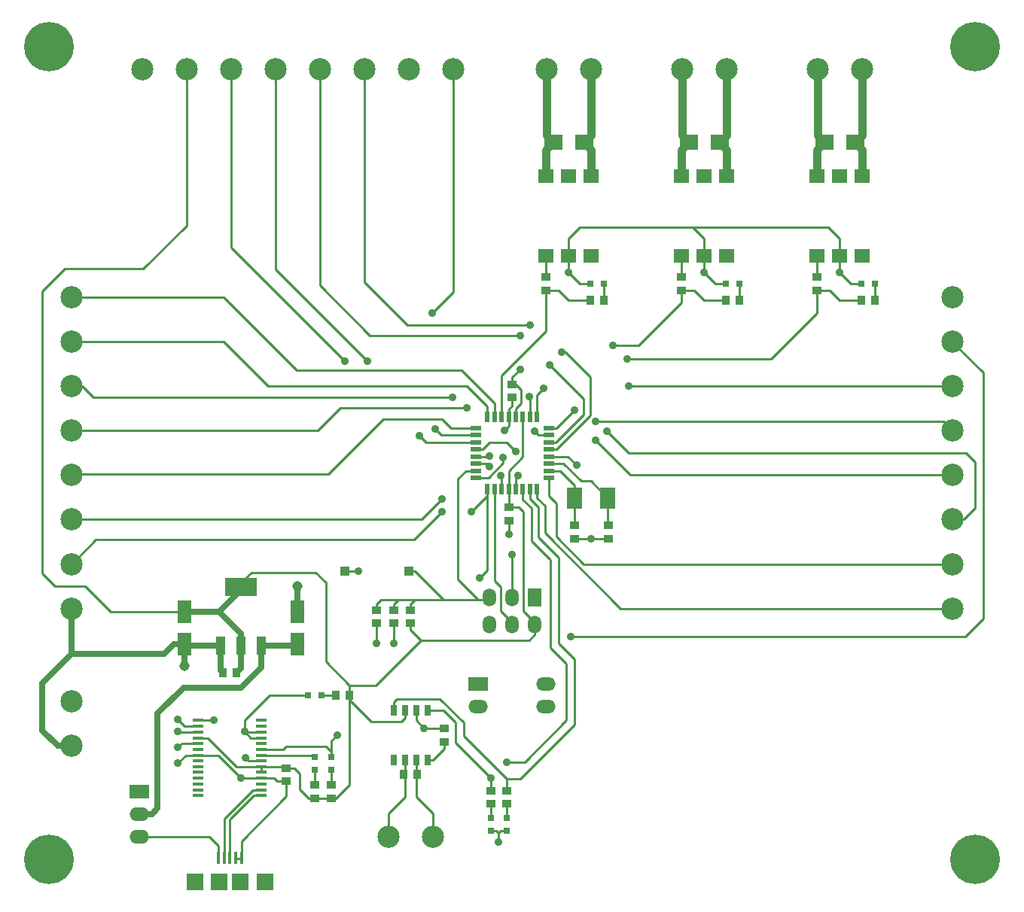
<source format=gtl>
G04 (created by PCBNEW (2013-may-18)-stable) date Mon 20 Apr 2015 02:12:07 PM EDT*
%MOIN*%
G04 Gerber Fmt 3.4, Leading zero omitted, Abs format*
%FSLAX34Y34*%
G01*
G70*
G90*
G04 APERTURE LIST*
%ADD10C,0.00590551*%
%ADD11C,0.219*%
%ADD12R,0.05X0.016*%
%ADD13R,0.144X0.08*%
%ADD14R,0.04X0.08*%
%ADD15R,0.025X0.05*%
%ADD16R,0.0394X0.0394*%
%ADD17R,0.0866X0.06*%
%ADD18O,0.0866X0.06*%
%ADD19C,0.0984252*%
%ADD20R,0.0708661X0.0590551*%
%ADD21R,0.0217X0.0512*%
%ADD22R,0.0512X0.0217*%
%ADD23R,0.0669291X0.0944882*%
%ADD24R,0.063X0.1024*%
%ADD25R,0.0394X0.0354*%
%ADD26R,0.0354X0.0394*%
%ADD27R,0.0314X0.0314*%
%ADD28R,0.0747X0.0747*%
%ADD29R,0.0157X0.0531*%
%ADD30R,0.0157X0.053*%
%ADD31R,0.0827X0.0669*%
%ADD32R,0.0590551X0.0787402*%
%ADD33O,0.0590551X0.0787402*%
%ADD34R,0.0865X0.059*%
%ADD35O,0.0865X0.059*%
%ADD36C,0.035*%
%ADD37C,0.045*%
%ADD38C,0.01*%
%ADD39C,0.035*%
%ADD40C,0.025*%
G04 APERTURE END LIST*
G54D10*
G54D11*
X19000Y-20000D03*
X60000Y-20000D03*
X60000Y-56000D03*
G54D12*
X25600Y-49850D03*
X25600Y-50100D03*
X25600Y-50360D03*
X25600Y-50620D03*
X25600Y-50870D03*
X25600Y-51130D03*
X25600Y-51390D03*
X25600Y-51640D03*
X25600Y-51900D03*
X25600Y-52150D03*
X25600Y-52410D03*
X25600Y-52670D03*
X25600Y-52920D03*
X25600Y-53180D03*
X28400Y-53180D03*
X28400Y-52920D03*
X28400Y-52680D03*
X28400Y-52410D03*
X28400Y-52150D03*
X28400Y-51900D03*
X28400Y-51640D03*
X28400Y-51390D03*
X28400Y-51130D03*
X28400Y-50870D03*
X28400Y-50620D03*
X28400Y-50360D03*
X28400Y-50100D03*
X28400Y-49850D03*
G54D13*
X27500Y-43950D03*
G54D14*
X27500Y-46550D03*
X28400Y-46550D03*
X26600Y-46550D03*
G54D15*
X35750Y-49400D03*
X35250Y-49400D03*
X34750Y-49400D03*
X34250Y-49400D03*
X34250Y-51600D03*
X34750Y-51600D03*
X35250Y-51600D03*
X35750Y-51600D03*
G54D16*
X34917Y-43250D03*
X32083Y-43250D03*
G54D17*
X23000Y-53000D03*
G54D18*
X23000Y-54000D03*
X23000Y-55000D03*
G54D19*
X59000Y-31110D03*
X59000Y-33078D03*
X59000Y-35047D03*
X59000Y-37015D03*
X59000Y-38984D03*
X59000Y-40952D03*
X59000Y-44889D03*
X59000Y-42921D03*
X23110Y-21000D03*
X25078Y-21000D03*
X27047Y-21000D03*
X29015Y-21000D03*
X30984Y-21000D03*
X32952Y-21000D03*
X36889Y-21000D03*
X34921Y-21000D03*
X20000Y-44889D03*
X20000Y-42921D03*
X20000Y-40952D03*
X20000Y-38984D03*
X20000Y-37015D03*
X20000Y-35047D03*
X20000Y-31110D03*
X20000Y-33078D03*
X42984Y-21000D03*
X41015Y-21000D03*
X20000Y-49015D03*
X20000Y-50984D03*
X48984Y-21000D03*
X47015Y-21000D03*
X54984Y-21000D03*
X53015Y-21000D03*
X34015Y-55000D03*
X35984Y-55000D03*
G54D20*
X53000Y-29274D03*
X54000Y-29274D03*
X55000Y-29274D03*
X55000Y-25726D03*
X54000Y-25726D03*
X53000Y-25728D03*
X47000Y-29274D03*
X48000Y-29274D03*
X49000Y-29274D03*
X49000Y-25726D03*
X48000Y-25726D03*
X47000Y-25728D03*
X41000Y-29274D03*
X42000Y-29274D03*
X43000Y-29274D03*
X43000Y-25726D03*
X42000Y-25726D03*
X41000Y-25728D03*
G54D21*
X39343Y-39614D03*
X39657Y-39614D03*
X39972Y-39614D03*
X40287Y-39614D03*
X40602Y-39614D03*
X38398Y-39614D03*
X38713Y-39614D03*
X39028Y-39614D03*
G54D22*
X41114Y-39102D03*
X41114Y-38787D03*
X41114Y-38472D03*
X41114Y-38157D03*
X41114Y-37843D03*
X41114Y-37528D03*
X41114Y-37213D03*
X41114Y-36898D03*
G54D21*
X40602Y-36386D03*
X40287Y-36386D03*
X39972Y-36386D03*
X39657Y-36386D03*
X39343Y-36386D03*
X39028Y-36386D03*
X38713Y-36386D03*
X38398Y-36386D03*
G54D22*
X37886Y-36898D03*
X37886Y-37213D03*
X37886Y-37528D03*
X37886Y-37843D03*
X37886Y-38157D03*
X37886Y-38472D03*
X37886Y-38787D03*
X37886Y-39102D03*
G54D23*
X43728Y-40000D03*
X42271Y-40000D03*
G54D24*
X25000Y-45041D03*
X25000Y-46459D03*
X30000Y-46459D03*
X30000Y-45041D03*
G54D11*
X19000Y-56000D03*
G54D25*
X42250Y-41204D03*
X42250Y-41796D03*
X43750Y-41204D03*
X43750Y-41796D03*
G54D26*
X27296Y-47750D03*
X26704Y-47750D03*
G54D25*
X29500Y-51954D03*
X29500Y-52546D03*
X36500Y-50796D03*
X36500Y-50204D03*
G54D27*
X38550Y-54155D03*
X38550Y-54745D03*
X39250Y-54155D03*
X39250Y-54745D03*
X31500Y-52045D03*
X31500Y-51455D03*
X30750Y-52045D03*
X30750Y-51455D03*
X31045Y-48750D03*
X30455Y-48750D03*
G54D25*
X38550Y-52954D03*
X38550Y-53546D03*
X39250Y-52954D03*
X39250Y-53546D03*
X31500Y-52704D03*
X31500Y-53296D03*
X30750Y-52704D03*
X30750Y-53296D03*
G54D26*
X32296Y-48750D03*
X31704Y-48750D03*
G54D25*
X35000Y-44954D03*
X35000Y-45546D03*
X39350Y-40404D03*
X39350Y-40996D03*
X39500Y-35546D03*
X39500Y-34954D03*
X47000Y-30796D03*
X47000Y-30204D03*
X41000Y-30796D03*
X41000Y-30204D03*
X53000Y-30796D03*
X53000Y-30204D03*
G54D28*
X26528Y-57000D03*
X27472Y-57000D03*
X28555Y-57000D03*
X25445Y-57000D03*
G54D29*
X26488Y-55947D03*
G54D30*
X26745Y-55947D03*
X27000Y-55947D03*
X27255Y-55947D03*
X27512Y-55947D03*
G54D31*
X42681Y-24250D03*
X41319Y-24250D03*
X48681Y-24250D03*
X47319Y-24250D03*
X54681Y-24250D03*
X53319Y-24250D03*
G54D26*
X49546Y-31250D03*
X48954Y-31250D03*
X43546Y-31250D03*
X42954Y-31250D03*
X55546Y-31250D03*
X54954Y-31250D03*
G54D32*
X40500Y-44401D03*
G54D33*
X40500Y-45598D03*
X39500Y-44401D03*
X39500Y-45598D03*
X38500Y-44401D03*
X38500Y-45598D03*
G54D27*
X43545Y-30500D03*
X42955Y-30500D03*
X49545Y-30500D03*
X48955Y-30500D03*
X55545Y-30500D03*
X54955Y-30500D03*
G54D26*
X35296Y-52250D03*
X34704Y-52250D03*
G54D34*
X38000Y-48250D03*
G54D35*
X41000Y-48250D03*
X38000Y-49250D03*
X41000Y-49250D03*
G54D25*
X33500Y-45546D03*
X33500Y-44954D03*
X34250Y-45546D03*
X34250Y-44954D03*
G54D36*
X41700Y-33550D03*
X40300Y-32350D03*
X39850Y-32800D03*
X41150Y-34100D03*
X33100Y-33950D03*
X36100Y-36950D03*
X35400Y-37250D03*
X32100Y-33950D03*
X40250Y-35500D03*
X37500Y-36000D03*
X40900Y-35150D03*
X36850Y-35550D03*
X39150Y-37000D03*
X35950Y-31800D03*
X38550Y-52400D03*
X39250Y-51700D03*
X31750Y-50500D03*
X24700Y-49800D03*
X34250Y-46450D03*
X24700Y-51050D03*
X26300Y-49850D03*
X44650Y-35047D03*
X42250Y-36100D03*
X43200Y-36600D03*
X40500Y-37050D03*
X43200Y-37450D03*
X38500Y-38600D03*
X38050Y-43550D03*
X36400Y-40600D03*
X37700Y-40600D03*
X36400Y-40050D03*
X39000Y-39000D03*
X24700Y-50350D03*
X33500Y-46450D03*
X39500Y-42500D03*
X42350Y-38550D03*
X43700Y-37050D03*
X39650Y-37950D03*
X38500Y-38150D03*
X43950Y-33250D03*
X39100Y-38200D03*
X44600Y-33850D03*
X38900Y-55250D03*
G54D37*
X25000Y-47450D03*
G54D36*
X42000Y-30000D03*
X27650Y-50350D03*
X48000Y-30000D03*
X54000Y-30000D03*
X39750Y-39000D03*
X27700Y-51500D03*
X24700Y-51750D03*
X39850Y-34300D03*
X32700Y-43250D03*
X39350Y-41600D03*
X43000Y-41796D03*
X27500Y-52400D03*
G54D37*
X30000Y-43900D03*
G54D36*
X35604Y-50204D03*
X42100Y-46150D03*
G54D38*
X40300Y-32350D02*
X34850Y-32350D01*
X41457Y-37843D02*
X42950Y-36350D01*
X42950Y-36350D02*
X42950Y-34650D01*
X42950Y-34650D02*
X41850Y-33550D01*
X41850Y-33550D02*
X41700Y-33550D01*
X41114Y-37843D02*
X41457Y-37843D01*
X32952Y-30452D02*
X32952Y-21000D01*
X34850Y-32350D02*
X32952Y-30452D01*
X32952Y-25002D02*
X32952Y-21000D01*
X39850Y-32800D02*
X33200Y-32800D01*
X41114Y-37528D02*
X41422Y-37528D01*
X30984Y-30584D02*
X30984Y-21000D01*
X33200Y-32800D02*
X30984Y-30584D01*
X30984Y-21000D02*
X30984Y-23934D01*
X42650Y-36300D02*
X41422Y-37528D01*
X42650Y-35600D02*
X42650Y-36300D01*
X41150Y-34100D02*
X42650Y-35600D01*
X29015Y-21000D02*
X29015Y-29865D01*
X36363Y-37213D02*
X37886Y-37213D01*
X36363Y-37213D02*
X36100Y-36950D01*
X29015Y-29865D02*
X33100Y-33950D01*
X32100Y-33950D02*
X27050Y-28900D01*
X37886Y-37528D02*
X35678Y-37528D01*
X35678Y-37528D02*
X35400Y-37250D01*
X27050Y-21002D02*
X27047Y-21000D01*
X27050Y-28900D02*
X27050Y-21002D01*
X28700Y-35050D02*
X26728Y-33078D01*
X37500Y-35050D02*
X28700Y-35050D01*
X38398Y-35948D02*
X37500Y-35050D01*
X26728Y-33078D02*
X20000Y-33078D01*
X38398Y-35950D02*
X38398Y-35948D01*
X38398Y-35948D02*
X38398Y-35950D01*
X38398Y-35950D02*
X38398Y-36386D01*
X20000Y-31110D02*
X26710Y-31110D01*
X26710Y-31110D02*
X29950Y-34350D01*
X29950Y-34350D02*
X37250Y-34350D01*
X37250Y-34350D02*
X38713Y-35813D01*
X38713Y-35813D02*
X38713Y-35850D01*
X37250Y-34350D02*
X37200Y-34350D01*
X38713Y-35850D02*
X38713Y-35813D01*
X38713Y-35813D02*
X38713Y-35850D01*
X38713Y-35850D02*
X38713Y-36386D01*
X20000Y-37015D02*
X30884Y-37015D01*
X40287Y-35537D02*
X40250Y-35500D01*
X40287Y-35537D02*
X40287Y-36386D01*
X31900Y-36000D02*
X37500Y-36000D01*
X30884Y-37015D02*
X31900Y-36000D01*
X20000Y-35047D02*
X20447Y-35047D01*
X40602Y-35448D02*
X40900Y-35150D01*
X40602Y-35448D02*
X40602Y-36386D01*
X20950Y-35550D02*
X36850Y-35550D01*
X20447Y-35047D02*
X20950Y-35550D01*
X39343Y-36807D02*
X39150Y-37000D01*
X39343Y-36386D02*
X39343Y-36807D01*
X36889Y-30860D02*
X36889Y-21000D01*
X35950Y-31800D02*
X36889Y-30860D01*
X39343Y-36057D02*
X39343Y-36386D01*
X39500Y-35900D02*
X39343Y-36057D01*
X39500Y-35546D02*
X39500Y-35900D01*
X39250Y-52954D02*
X39250Y-52450D01*
X40287Y-40037D02*
X40287Y-39614D01*
X41550Y-42650D02*
X41550Y-46200D01*
X40650Y-41750D02*
X41550Y-42650D01*
X40650Y-40400D02*
X40650Y-41750D01*
X40287Y-40037D02*
X40650Y-40400D01*
X41550Y-46450D02*
X41550Y-46200D01*
X34250Y-49400D02*
X34250Y-49050D01*
X34250Y-49050D02*
X34400Y-48900D01*
X34400Y-48900D02*
X36300Y-48900D01*
X36300Y-48900D02*
X37350Y-49950D01*
X37350Y-49950D02*
X37350Y-50550D01*
X37350Y-50550D02*
X39250Y-52450D01*
X39250Y-52450D02*
X39850Y-52450D01*
X42250Y-47150D02*
X41550Y-46450D01*
X42250Y-50050D02*
X42250Y-47150D01*
X39850Y-52450D02*
X42250Y-50050D01*
X38550Y-52954D02*
X38550Y-52400D01*
X40350Y-41900D02*
X40350Y-40450D01*
X40350Y-40450D02*
X39972Y-40072D01*
X39972Y-39614D02*
X39972Y-40072D01*
X41200Y-43900D02*
X41200Y-42750D01*
X41200Y-42750D02*
X40350Y-41900D01*
X41200Y-46200D02*
X41200Y-46650D01*
X41200Y-43900D02*
X41200Y-46200D01*
X35750Y-49400D02*
X36450Y-49400D01*
X36450Y-49400D02*
X37000Y-49950D01*
X37000Y-49950D02*
X37000Y-50850D01*
X37000Y-50850D02*
X38550Y-52400D01*
X40050Y-51700D02*
X39250Y-51700D01*
X41900Y-49850D02*
X40050Y-51700D01*
X41900Y-47350D02*
X41900Y-49850D01*
X41200Y-46650D02*
X41900Y-47350D01*
X35984Y-55000D02*
X35984Y-53984D01*
X35250Y-53250D02*
X35984Y-53984D01*
X35250Y-51600D02*
X35250Y-52304D01*
X35250Y-52304D02*
X35296Y-52350D01*
X35250Y-53250D02*
X35250Y-52396D01*
X35250Y-52396D02*
X35296Y-52350D01*
X34015Y-55000D02*
X34015Y-53984D01*
X34750Y-53250D02*
X34015Y-53984D01*
X34750Y-53250D02*
X34750Y-52396D01*
X34750Y-52396D02*
X34704Y-52350D01*
X34750Y-51600D02*
X34750Y-52304D01*
X34750Y-52304D02*
X34704Y-52350D01*
X31500Y-51455D02*
X31500Y-50750D01*
X31500Y-50750D02*
X31750Y-50500D01*
X28400Y-51130D02*
X29370Y-51130D01*
X31500Y-51250D02*
X31500Y-51455D01*
X31250Y-51000D02*
X31500Y-51250D01*
X29500Y-51000D02*
X31250Y-51000D01*
X29370Y-51130D02*
X29500Y-51000D01*
X28400Y-51390D02*
X30685Y-51390D01*
X30685Y-51390D02*
X30750Y-51455D01*
X31350Y-38950D02*
X20034Y-38950D01*
X31350Y-38950D02*
X33800Y-36500D01*
X36798Y-36898D02*
X36400Y-36500D01*
X36400Y-36500D02*
X33800Y-36500D01*
X37886Y-36898D02*
X36798Y-36898D01*
X20034Y-38950D02*
X20000Y-38984D01*
X25000Y-50100D02*
X24700Y-49800D01*
X25600Y-50100D02*
X25000Y-50100D01*
X34250Y-46450D02*
X34250Y-45546D01*
X25600Y-50870D02*
X24880Y-50870D01*
X24880Y-50870D02*
X24700Y-51050D01*
X25600Y-49850D02*
X26300Y-49850D01*
X44650Y-35047D02*
X59000Y-35047D01*
X41114Y-36898D02*
X41452Y-36898D01*
X41452Y-36898D02*
X42250Y-36100D01*
X43200Y-36600D02*
X58584Y-36600D01*
X41114Y-37213D02*
X40663Y-37213D01*
X40663Y-37213D02*
X40500Y-37050D01*
X58584Y-36600D02*
X59000Y-37015D01*
X59000Y-38984D02*
X44734Y-38984D01*
X44734Y-38984D02*
X43200Y-37450D01*
X38372Y-38472D02*
X38500Y-38600D01*
X38372Y-38472D02*
X37886Y-38472D01*
X40602Y-39614D02*
X40602Y-40002D01*
X44289Y-44889D02*
X59000Y-44889D01*
X40950Y-41550D02*
X44289Y-44889D01*
X40950Y-40350D02*
X40950Y-41550D01*
X40602Y-40002D02*
X40950Y-40350D01*
X38398Y-39614D02*
X38398Y-43198D01*
X38398Y-43198D02*
X38050Y-43550D01*
X38250Y-40050D02*
X37700Y-40600D01*
X21071Y-41850D02*
X20000Y-42921D01*
X35150Y-41850D02*
X21071Y-41850D01*
X36400Y-40600D02*
X35150Y-41850D01*
X38398Y-39902D02*
X38250Y-40050D01*
X38398Y-39614D02*
X38398Y-39902D01*
X41114Y-39102D02*
X41114Y-39914D01*
X42671Y-42921D02*
X59000Y-42921D01*
X41450Y-41700D02*
X42671Y-42921D01*
X41450Y-40250D02*
X41450Y-41700D01*
X41114Y-39914D02*
X41450Y-40250D01*
X38713Y-39614D02*
X38713Y-43663D01*
X39000Y-45000D02*
X39500Y-45500D01*
X39000Y-43950D02*
X39000Y-45000D01*
X38713Y-43663D02*
X39000Y-43950D01*
X39028Y-39614D02*
X39028Y-39028D01*
X35497Y-40952D02*
X20000Y-40952D01*
X36400Y-40050D02*
X35497Y-40952D01*
X39028Y-39028D02*
X39000Y-39000D01*
X24710Y-50360D02*
X24700Y-50350D01*
X25600Y-50360D02*
X24710Y-50360D01*
X33500Y-46450D02*
X33500Y-45546D01*
X41114Y-38157D02*
X41957Y-38157D01*
X39500Y-42500D02*
X39500Y-44500D01*
X41957Y-38157D02*
X42350Y-38550D01*
X37886Y-37843D02*
X38207Y-37843D01*
X59497Y-40952D02*
X59000Y-40952D01*
X60000Y-40450D02*
X59497Y-40952D01*
X60000Y-38400D02*
X60000Y-40450D01*
X59600Y-38000D02*
X60000Y-38400D01*
X44650Y-38000D02*
X59600Y-38000D01*
X43700Y-37050D02*
X44650Y-38000D01*
X39250Y-37550D02*
X39650Y-37950D01*
X38500Y-37550D02*
X39250Y-37550D01*
X38207Y-37843D02*
X38500Y-37550D01*
X39028Y-34572D02*
X39028Y-36386D01*
X39028Y-34572D02*
X41000Y-32600D01*
X42000Y-31250D02*
X42954Y-31250D01*
X41546Y-30796D02*
X42000Y-31250D01*
X41000Y-30796D02*
X41000Y-32600D01*
X41000Y-30796D02*
X41546Y-30796D01*
X38500Y-38150D02*
X38493Y-38157D01*
X38493Y-38157D02*
X37886Y-38157D01*
X45100Y-33250D02*
X43950Y-33250D01*
X47000Y-31350D02*
X45100Y-33250D01*
X48954Y-31250D02*
X48000Y-31250D01*
X47546Y-30796D02*
X48000Y-31250D01*
X47000Y-30796D02*
X47000Y-31350D01*
X47546Y-30796D02*
X47000Y-30796D01*
X54000Y-31250D02*
X54954Y-31250D01*
X53546Y-30796D02*
X54000Y-31250D01*
X39100Y-38200D02*
X39100Y-38450D01*
X39100Y-38450D02*
X38448Y-39102D01*
X38448Y-39102D02*
X37886Y-39102D01*
X53000Y-30796D02*
X53000Y-31800D01*
X50950Y-33850D02*
X44600Y-33850D01*
X53000Y-31800D02*
X50950Y-33850D01*
X53000Y-30796D02*
X53546Y-30796D01*
G54D39*
X43000Y-21015D02*
X42984Y-21000D01*
X42984Y-21000D02*
X42984Y-23946D01*
X42984Y-23946D02*
X42681Y-24250D01*
X43000Y-25726D02*
X43000Y-24569D01*
X43000Y-24569D02*
X42681Y-24250D01*
X41000Y-25728D02*
X41000Y-24569D01*
X41015Y-21000D02*
X41015Y-23946D01*
X41000Y-21015D02*
X41015Y-21000D01*
X41015Y-23946D02*
X41319Y-24250D01*
X41000Y-24569D02*
X41319Y-24250D01*
X49000Y-21015D02*
X48984Y-21000D01*
X48984Y-21000D02*
X48984Y-23946D01*
X48984Y-23946D02*
X48681Y-24250D01*
X49000Y-25726D02*
X49000Y-24569D01*
X49000Y-24569D02*
X48681Y-24250D01*
X47000Y-25728D02*
X47000Y-24569D01*
X47015Y-21000D02*
X47015Y-23946D01*
X47000Y-21015D02*
X47015Y-21000D01*
X47015Y-23946D02*
X47319Y-24250D01*
X47000Y-24569D02*
X47319Y-24250D01*
X55000Y-21015D02*
X54984Y-21000D01*
X54984Y-21000D02*
X54984Y-23946D01*
X54984Y-23946D02*
X54681Y-24250D01*
X55000Y-25726D02*
X55000Y-24569D01*
X55000Y-24569D02*
X54681Y-24250D01*
X53000Y-25728D02*
X53000Y-24569D01*
X53015Y-21000D02*
X53015Y-23946D01*
X53000Y-21015D02*
X53015Y-21000D01*
X53015Y-23946D02*
X53319Y-24250D01*
X53000Y-24569D02*
X53319Y-24250D01*
G54D38*
X27000Y-54400D02*
X27000Y-55947D01*
X28400Y-53180D02*
X28070Y-53180D01*
X27000Y-54250D02*
X27000Y-54400D01*
X27000Y-54400D02*
X27000Y-54447D01*
X28070Y-53180D02*
X27000Y-54250D01*
X26745Y-55947D02*
X26745Y-54447D01*
X26745Y-54205D02*
X28030Y-52920D01*
X28030Y-52920D02*
X28400Y-52920D01*
X26745Y-54447D02*
X26745Y-54205D01*
X26488Y-55947D02*
X26488Y-55388D01*
X26100Y-55000D02*
X23000Y-55000D01*
X26488Y-55388D02*
X26100Y-55000D01*
G54D40*
X23000Y-54000D02*
X23550Y-54000D01*
X23800Y-52200D02*
X23800Y-49550D01*
X23800Y-49550D02*
X24950Y-48400D01*
X24950Y-48400D02*
X27500Y-48400D01*
X27500Y-48400D02*
X28400Y-47500D01*
X28400Y-47500D02*
X28400Y-46550D01*
X23800Y-53750D02*
X23800Y-52200D01*
X23550Y-54000D02*
X23800Y-53750D01*
X28400Y-46550D02*
X29909Y-46550D01*
X29909Y-46550D02*
X30000Y-46459D01*
G54D38*
X37886Y-38787D02*
X37463Y-38787D01*
X37100Y-39150D02*
X37100Y-43600D01*
X37463Y-38787D02*
X37100Y-39150D01*
X35000Y-44954D02*
X35000Y-44700D01*
X35000Y-44700D02*
X35200Y-44500D01*
X34250Y-44954D02*
X34250Y-44700D01*
X34250Y-44700D02*
X34450Y-44500D01*
X33800Y-44500D02*
X33700Y-44500D01*
X33500Y-44700D02*
X33500Y-44954D01*
X33700Y-44500D02*
X33500Y-44700D01*
X33796Y-44500D02*
X33800Y-44500D01*
X33800Y-44500D02*
X34450Y-44500D01*
X34450Y-44500D02*
X35000Y-44500D01*
X35000Y-44500D02*
X35200Y-44500D01*
X35200Y-44500D02*
X36450Y-44500D01*
X35200Y-43250D02*
X36450Y-44500D01*
X36450Y-44500D02*
X38000Y-44500D01*
X37096Y-43596D02*
X37100Y-43600D01*
X37100Y-43600D02*
X38000Y-44500D01*
X37873Y-38800D02*
X37886Y-38787D01*
X34917Y-43250D02*
X35200Y-43250D01*
X38000Y-44500D02*
X38500Y-44500D01*
X39250Y-54745D02*
X39005Y-54745D01*
X39005Y-54745D02*
X38900Y-54850D01*
X38550Y-54745D02*
X38795Y-54745D01*
X38900Y-54850D02*
X38900Y-55250D01*
X38795Y-54745D02*
X38900Y-54850D01*
G54D40*
X25000Y-46459D02*
X25000Y-47450D01*
G54D38*
X42000Y-30000D02*
X42000Y-29274D01*
X42000Y-29274D02*
X42000Y-28500D01*
X42000Y-28500D02*
X42500Y-28000D01*
X42500Y-30500D02*
X42000Y-30000D01*
X42500Y-28000D02*
X47500Y-28000D01*
X48000Y-28500D02*
X47500Y-28000D01*
X47500Y-28000D02*
X53500Y-28000D01*
X53500Y-28000D02*
X54000Y-28500D01*
X27650Y-50350D02*
X27650Y-49850D01*
X27800Y-49700D02*
X28750Y-48750D01*
X28750Y-48750D02*
X30455Y-48750D01*
X27650Y-49850D02*
X27800Y-49700D01*
X28400Y-50620D02*
X27920Y-50620D01*
X27660Y-50360D02*
X27650Y-50350D01*
X27660Y-50360D02*
X28400Y-50360D01*
X27920Y-50620D02*
X27650Y-50350D01*
X54955Y-30500D02*
X54500Y-30500D01*
X54000Y-30000D02*
X54000Y-29274D01*
X54500Y-30500D02*
X54000Y-30000D01*
X48955Y-30500D02*
X48500Y-30500D01*
X48000Y-30000D02*
X48000Y-29274D01*
X48500Y-30500D02*
X48000Y-30000D01*
X42955Y-30500D02*
X42500Y-30500D01*
G54D40*
X25000Y-46459D02*
X24541Y-46459D01*
X22000Y-46900D02*
X20000Y-46900D01*
X24100Y-46900D02*
X22000Y-46900D01*
X24541Y-46459D02*
X24100Y-46900D01*
G54D38*
X29500Y-52546D02*
X29500Y-53200D01*
X27512Y-55188D02*
X27512Y-55947D01*
X29500Y-53200D02*
X27512Y-55188D01*
X39657Y-39614D02*
X39657Y-39093D01*
X39657Y-39093D02*
X39750Y-39000D01*
X28400Y-52410D02*
X28960Y-52410D01*
X29096Y-52546D02*
X29500Y-52546D01*
X28960Y-52410D02*
X29096Y-52546D01*
X28400Y-51640D02*
X27840Y-51640D01*
X27840Y-51640D02*
X27700Y-51500D01*
X25600Y-51390D02*
X25060Y-51390D01*
X25060Y-51390D02*
X24700Y-51750D01*
X39500Y-34954D02*
X39500Y-34650D01*
X39500Y-34650D02*
X39850Y-34300D01*
X32083Y-43250D02*
X32700Y-43250D01*
X39350Y-40996D02*
X39350Y-41600D01*
X42250Y-41796D02*
X43000Y-41796D01*
X43000Y-41796D02*
X43750Y-41796D01*
X39657Y-36386D02*
X39657Y-36043D01*
X39654Y-34954D02*
X39500Y-34954D01*
X39900Y-35200D02*
X39654Y-34954D01*
X39900Y-35800D02*
X39900Y-35200D01*
X39657Y-36043D02*
X39900Y-35800D01*
X25600Y-51390D02*
X26490Y-51390D01*
X27510Y-52410D02*
X27500Y-52400D01*
X27510Y-52410D02*
X28400Y-52410D01*
X26490Y-51390D02*
X27500Y-52400D01*
G54D40*
X30000Y-45041D02*
X30000Y-43900D01*
X20000Y-44889D02*
X20000Y-46900D01*
X19384Y-50984D02*
X20000Y-50984D01*
X18700Y-50300D02*
X19384Y-50984D01*
X18700Y-48200D02*
X18700Y-50300D01*
X20000Y-46900D02*
X18700Y-48200D01*
G54D38*
X27256Y-55953D02*
X27512Y-55953D01*
X35250Y-49400D02*
X35250Y-49850D01*
G54D40*
X26600Y-46550D02*
X25091Y-46550D01*
X25091Y-46550D02*
X25000Y-46459D01*
X26600Y-46550D02*
X26600Y-47646D01*
X26600Y-47646D02*
X26704Y-47750D01*
G54D38*
X48000Y-29274D02*
X48000Y-28500D01*
X54000Y-28500D02*
X54000Y-29274D01*
X35250Y-49850D02*
X35604Y-50204D01*
X35604Y-50204D02*
X36500Y-50204D01*
X36500Y-51100D02*
X36500Y-50796D01*
X36000Y-51600D02*
X36500Y-51100D01*
X35750Y-51600D02*
X36000Y-51600D01*
X49546Y-31250D02*
X49546Y-30501D01*
X49546Y-30501D02*
X49545Y-30500D01*
X30750Y-52045D02*
X30750Y-52704D01*
X53000Y-29274D02*
X53000Y-30204D01*
X41000Y-29274D02*
X41000Y-30204D01*
X47000Y-29274D02*
X47000Y-30204D01*
X43546Y-31250D02*
X43546Y-30501D01*
X43546Y-30501D02*
X43545Y-30500D01*
X55546Y-31250D02*
X55546Y-30501D01*
X55546Y-30501D02*
X55545Y-30500D01*
X31045Y-48750D02*
X31704Y-48750D01*
X31500Y-52045D02*
X31500Y-52704D01*
X38550Y-53546D02*
X38550Y-54155D01*
X39250Y-53546D02*
X39250Y-54155D01*
X41114Y-38472D02*
X41772Y-38472D01*
X41772Y-38472D02*
X42550Y-39250D01*
X42550Y-39250D02*
X42978Y-39250D01*
X42978Y-39250D02*
X43728Y-40000D01*
X43728Y-40000D02*
X43728Y-41182D01*
X43728Y-41182D02*
X43750Y-41204D01*
X42271Y-40000D02*
X42271Y-41182D01*
X42271Y-41182D02*
X42250Y-41204D01*
X41114Y-38787D02*
X41637Y-38787D01*
X41637Y-38787D02*
X42271Y-39421D01*
X42271Y-39421D02*
X42271Y-40000D01*
X32296Y-48300D02*
X33450Y-48300D01*
X33450Y-48300D02*
X35450Y-46300D01*
X30800Y-43300D02*
X31250Y-43750D01*
X27500Y-43750D02*
X27950Y-43300D01*
X27500Y-43950D02*
X27500Y-43750D01*
X27950Y-43300D02*
X30800Y-43300D01*
X32296Y-48296D02*
X32296Y-48300D01*
X32296Y-48300D02*
X32296Y-48750D01*
X31250Y-47250D02*
X32296Y-48296D01*
X31250Y-43750D02*
X31250Y-47250D01*
X35600Y-46300D02*
X35450Y-46300D01*
X35600Y-46300D02*
X40250Y-46300D01*
X40500Y-45500D02*
X40500Y-46050D01*
X40250Y-46300D02*
X40500Y-46050D01*
X35000Y-45850D02*
X35000Y-45546D01*
X35450Y-46300D02*
X35000Y-45850D01*
X39343Y-40397D02*
X39350Y-40404D01*
X39804Y-40404D02*
X40000Y-40600D01*
X40000Y-40600D02*
X40000Y-45000D01*
X39350Y-40404D02*
X39804Y-40404D01*
X39343Y-39614D02*
X39343Y-40397D01*
X31500Y-53296D02*
X31704Y-53296D01*
X31704Y-53296D02*
X32296Y-52704D01*
X32296Y-52704D02*
X32296Y-48750D01*
X33246Y-49900D02*
X32296Y-48950D01*
X34600Y-49900D02*
X33246Y-49900D01*
X34750Y-49750D02*
X34600Y-49900D01*
X34750Y-49400D02*
X34750Y-49750D01*
X32296Y-48950D02*
X32296Y-48750D01*
X23500Y-45041D02*
X21741Y-45041D01*
X23150Y-29850D02*
X25078Y-27921D01*
X19700Y-29850D02*
X23150Y-29850D01*
X18700Y-30850D02*
X19700Y-29850D01*
X18700Y-43350D02*
X18700Y-30850D01*
X19250Y-43900D02*
X18700Y-43350D01*
X20600Y-43900D02*
X19250Y-43900D01*
X25078Y-27921D02*
X25078Y-21000D01*
X21741Y-45041D02*
X20600Y-43900D01*
X25000Y-45041D02*
X23500Y-45041D01*
X23500Y-45041D02*
X23491Y-45041D01*
X45000Y-46150D02*
X42100Y-46150D01*
X59000Y-33078D02*
X59000Y-33100D01*
X60350Y-34450D02*
X59000Y-33100D01*
X60350Y-45350D02*
X60350Y-34450D01*
X59550Y-46150D02*
X60350Y-45350D01*
X45000Y-46150D02*
X59550Y-46150D01*
X40000Y-45000D02*
X40500Y-45500D01*
X39972Y-36386D02*
X39972Y-38178D01*
X39343Y-38807D02*
X39343Y-39614D01*
X39972Y-38178D02*
X39343Y-38807D01*
X30750Y-53296D02*
X31500Y-53296D01*
G54D40*
X27500Y-43950D02*
X27500Y-44082D01*
X27500Y-44082D02*
X26541Y-45041D01*
G54D38*
X29500Y-51954D02*
X29854Y-51954D01*
X30496Y-53296D02*
X30750Y-53296D01*
X30100Y-52900D02*
X30496Y-53296D01*
X30100Y-52200D02*
X30100Y-52900D01*
X29854Y-51954D02*
X30100Y-52200D01*
X25600Y-50620D02*
X26020Y-50620D01*
X27300Y-51900D02*
X28400Y-51900D01*
X26020Y-50620D02*
X27300Y-51900D01*
X28400Y-51900D02*
X29446Y-51900D01*
X28400Y-51900D02*
X28400Y-52150D01*
G54D40*
X25000Y-45041D02*
X26541Y-45041D01*
X27500Y-46000D02*
X27500Y-46550D01*
X26541Y-45041D02*
X27500Y-46000D01*
X27500Y-46550D02*
X27500Y-47546D01*
X27500Y-47546D02*
X27296Y-47750D01*
M02*

</source>
